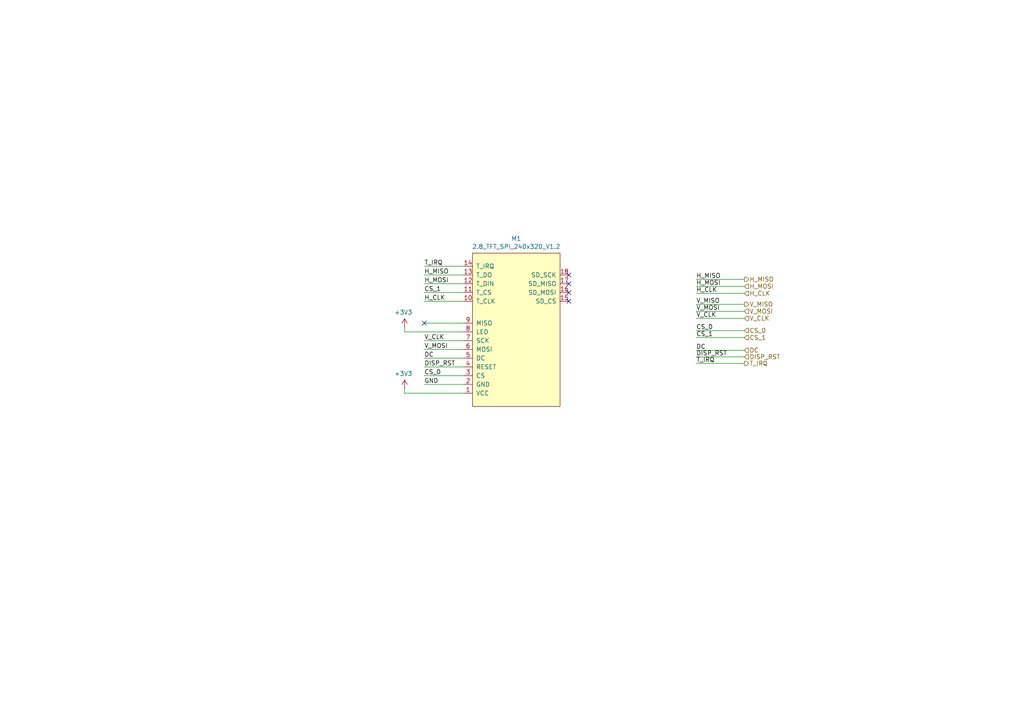
<source format=kicad_sch>
(kicad_sch (version 20210621) (generator eeschema)
  (paper "A4")
  (lib_symbols
    (symbol "TFT_GTR:2.8_TFT_SPI_240x320_V1.2" (pin_names (offset 1.016))
      (property "Reference" "M" (at 0 0 0))
      (property "Value" "2.8_TFT_SPI_240x320_V1.2" (at 0 0 0))
      (symbol "2.8_TFT_SPI_240x320_V1.2_0_1"
        (rectangle (start -12.7 21.59) (end 12.7 -22.86) (fill (type background)))
      )
      (symbol "2.8_TFT_SPI_240x320_V1.2_1_1"
        (pin power_in line (at 15.24 -19.05 180) (length 2.54) (name "VCC") (number "1"))
        (pin input line (at 15.24 7.62 180) (length 2.54) (name "T_CLK") (number "10"))
        (pin input line (at 15.24 10.16 180) (length 2.54) (name "T_CS") (number "11"))
        (pin input line (at 15.24 12.7 180) (length 2.54) (name "T_DIN") (number "12"))
        (pin output line (at 15.24 15.24 180) (length 2.54) (name "T_DO") (number "13"))
        (pin output line (at 15.24 17.78 180) (length 2.54) (name "T_IRQ") (number "14"))
        (pin input line (at -15.24 7.62 0) (length 2.54) (name "SD_CS") (number "15"))
        (pin input line (at -15.24 10.16 0) (length 2.54) (name "SD_MOSI") (number "16"))
        (pin output line (at -15.24 12.7 0) (length 2.54) (name "SD_MISO") (number "17"))
        (pin input line (at -15.24 15.24 0) (length 2.54) (name "SD_SCK") (number "18"))
        (pin power_in line (at 15.24 -16.51 180) (length 2.54) (name "GND") (number "2"))
        (pin input line (at 15.24 -13.97 180) (length 2.54) (name "CS") (number "3"))
        (pin input line (at 15.24 -11.43 180) (length 2.54) (name "RESET") (number "4"))
        (pin input line (at 15.24 -8.89 180) (length 2.54) (name "DC") (number "5"))
        (pin input line (at 15.24 -6.35 180) (length 2.54) (name "MOSI") (number "6"))
        (pin input line (at 15.24 -3.81 180) (length 2.54) (name "SCK") (number "7"))
        (pin power_in line (at 15.24 -1.27 180) (length 2.54) (name "LED") (number "8"))
        (pin output line (at 15.24 1.27 180) (length 2.54) (name "MISO") (number "9"))
      )
    )
    (symbol "power:+3.3V" (power) (pin_names (offset 0))
      (property "Value" "+3.3V" (at 0 3.556 0))
      (symbol "+3.3V_0_1"
        (polyline (pts (xy -0.762 1.27) (xy 0 2.54)))
        (polyline (pts (xy 0 0) (xy 0 2.54)))
        (polyline (pts (xy 0 2.54) (xy 0.762 1.27)))
      )
      (symbol "+3.3V_1_1"
        (pin power_in line (at 0 0 90) (length 0) hide (name "+3V3") (number "1"))
      )
    )
  )
  (no_connect (at 123.063 93.726))
  (no_connect (at 164.973 79.756))
  (no_connect (at 164.973 82.296))
  (no_connect (at 164.973 84.836))
  (no_connect (at 164.973 87.376))
  (wire (pts (xy 117.348 94.996) (xy 117.348 96.266)))
  (wire (pts (xy 117.348 112.776) (xy 117.348 114.046)))
  (wire (pts (xy 123.063 87.376) (xy 134.493 87.376)))
  (wire (pts (xy 123.063 93.726) (xy 134.493 93.726)))
  (wire (pts (xy 123.063 108.966) (xy 134.493 108.966)))
  (wire (pts (xy 134.493 77.216) (xy 123.063 77.216)))
  (wire (pts (xy 134.493 79.756) (xy 123.063 79.756)))
  (wire (pts (xy 134.493 82.296) (xy 123.063 82.296)))
  (wire (pts (xy 134.493 84.836) (xy 123.063 84.836)))
  (wire (pts (xy 134.493 96.266) (xy 117.348 96.266)))
  (wire (pts (xy 134.493 98.806) (xy 123.063 98.806)))
  (wire (pts (xy 134.493 101.346) (xy 123.063 101.346)))
  (wire (pts (xy 134.493 103.886) (xy 123.063 103.886)))
  (wire (pts (xy 134.493 106.426) (xy 123.063 106.426)))
  (wire (pts (xy 134.493 111.506) (xy 123.063 111.506)))
  (wire (pts (xy 134.493 114.046) (xy 117.348 114.046)))
  (wire (pts (xy 201.93 81.026) (xy 215.9 81.026)))
  (wire (pts (xy 201.93 83.058) (xy 215.9 83.058)))
  (wire (pts (xy 201.93 85.09) (xy 215.9 85.09)))
  (wire (pts (xy 201.93 88.265) (xy 215.9 88.265)))
  (wire (pts (xy 201.93 90.297) (xy 215.9 90.297)))
  (wire (pts (xy 201.93 92.329) (xy 215.9 92.329)))
  (wire (pts (xy 201.93 95.885) (xy 215.9 95.885)))
  (wire (pts (xy 201.93 97.917) (xy 215.9 97.917)))
  (wire (pts (xy 201.93 101.6) (xy 215.9 101.6)))
  (wire (pts (xy 201.93 103.505) (xy 215.9 103.505)))
  (wire (pts (xy 201.93 105.41) (xy 215.9 105.41)))
  (text "${SHEETNAME}" (at 95.885 35.56 0) (effects (font (size 6 6) (thickness 1.2) bold) (justify left bottom)))
  (label "T_IRQ" (at 123.063 77.216 0))
  (label "H_MISO" (at 123.063 79.756 0))
  (label "H_MOSI" (at 123.063 82.296 0))
  (label "CS_1" (at 123.063 84.836 0))
  (label "H_CLK" (at 123.063 87.376 0))
  (label "V_CLK" (at 123.063 98.806 0))
  (label "V_MOSI" (at 123.063 101.346 0))
  (label "DC" (at 123.063 103.886 0))
  (label "DISP_RST" (at 123.063 106.426 0))
  (label "CS_0" (at 123.063 108.966 0))
  (label "GND" (at 123.063 111.506 0))
  (label "H_MISO" (at 201.93 81.026 0))
  (label "H_MOSI" (at 201.93 83.058 0))
  (label "H_CLK" (at 201.93 85.09 0))
  (label "V_MISO" (at 201.93 88.265 0))
  (label "V_MOSI" (at 201.93 90.297 0))
  (label "V_CLK" (at 201.93 92.329 0))
  (label "CS_0" (at 201.93 95.885 0))
  (label "CS_1" (at 201.93 97.917 0))
  (label "DC" (at 201.93 101.6 0))
  (label "DISP_RST" (at 201.93 103.505 0))
  (label "T_IRQ" (at 201.93 105.41 0))
  (hierarchical_label "H_MISO" (shape output) (at 215.9 81.026 0))
  (hierarchical_label "H_MOSI" (shape input) (at 215.9 83.058 0))
  (hierarchical_label "H_CLK" (shape input) (at 215.9 85.09 0))
  (hierarchical_label "V_MISO" (shape output) (at 215.9 88.265 0))
  (hierarchical_label "V_MOSI" (shape input) (at 215.9 90.297 0))
  (hierarchical_label "V_CLK" (shape input) (at 215.9 92.329 0))
  (hierarchical_label "CS_0" (shape input) (at 215.9 95.885 0))
  (hierarchical_label "CS_1" (shape input) (at 215.9 97.917 0))
  (hierarchical_label "DC" (shape input) (at 215.9 101.6 0))
  (hierarchical_label "DISP_RST" (shape input) (at 215.9 103.505 0))
  (hierarchical_label "T_IRQ" (shape output) (at 215.9 105.41 0))
  (symbol (lib_id "power:+3.3V") (at 117.348 94.996 0) (mirror y) (unit 1)
    (property "Reference" "#PWR0135" (effects hide))
    (property "Value" "+3.3V" (at 116.967 90.6018 0))
  )
  (symbol (lib_id "power:+3.3V") (at 117.348 112.776 0) (mirror y) (unit 1)
    (property "Reference" "#PWR0134" (effects hide))
    (property "Value" "+3.3V" (at 116.967 108.3818 0))
  )
  (symbol (lib_id "TFT_GTR:2.8_TFT_SPI_240x320_V1.2") (at 149.733 94.996 0) (mirror y) (unit 1)
    (property "Reference" "M1" (at 149.733 69.215 0))
    (property "Value" "2.8_TFT_SPI_240x320_V1.2" (at 149.733 71.5264 0))
    (property "Footprint" "Module_GTR:2.8_TFT_SPI_240x320_v1.2" (effects hide))
  )
)
</source>
